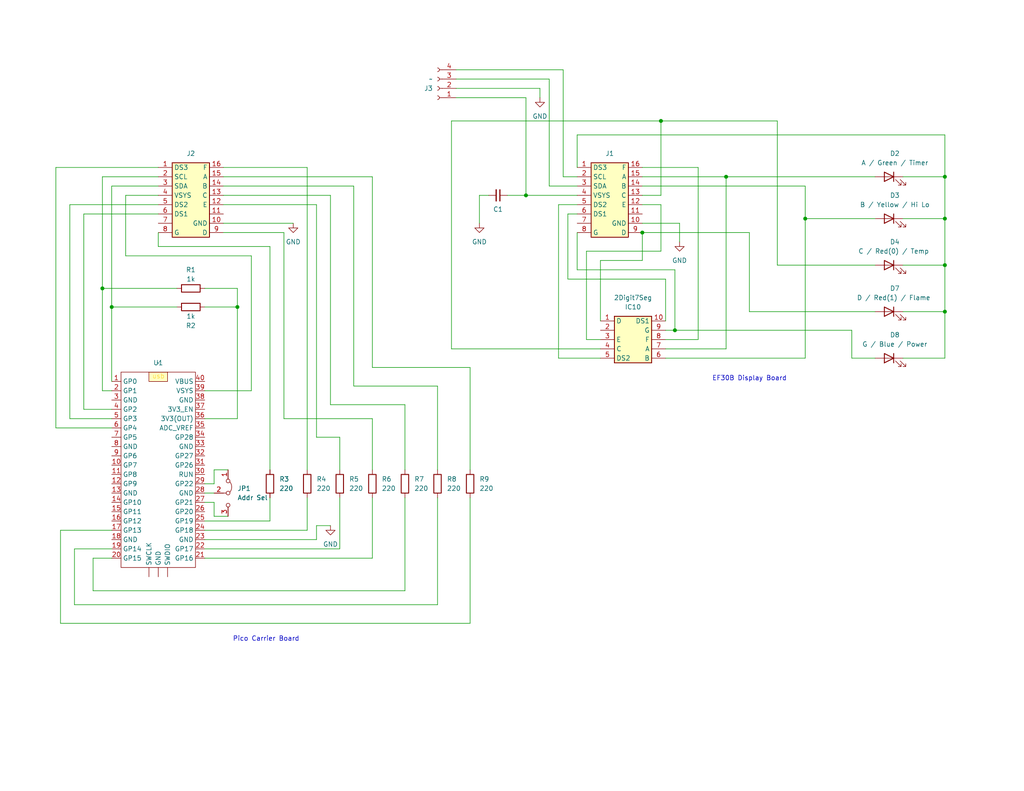
<source format=kicad_sch>
(kicad_sch (version 20230121) (generator eeschema)
  (paper "USLetter")
  (title_block (title "EF30B-disp I2C Driver") (date "2023-12-03") (comment 1 "For the EF-30B-DISP V11 2017-10-8 display board"))
  (lib_symbols
    (symbol "Connector:Conn_01x04_Socket" (pin_names (offset 1.016) hide)
      (property "Reference" "J3" (at 1.27 0 0))
      (property "Value" "~" (at 1.27 -2.54 0))
      (symbol "Conn_01x04_Socket_1_1"
        (arc (start 0 -4.572) (mid -0.5058 -5.08) (end 0 -5.588) (stroke (width 0.1524)))
        (arc (start 0 -2.032) (mid -0.5058 -2.54) (end 0 -3.048) (stroke (width 0.1524)))
        (polyline (pts (xy -1.27 -5.08) (xy -0.508 -5.08)) (stroke (width 0.1524)))
        (polyline (pts (xy -1.27 -2.54) (xy -0.508 -2.54)) (stroke (width 0.1524)))
        (polyline (pts (xy -1.27 0) (xy -0.508 0)) (stroke (width 0.1524)))
        (polyline (pts (xy -1.27 2.54) (xy -0.508 2.54)) (stroke (width 0.1524)))
        (arc (start 0 0.508) (mid -0.5058 0) (end 0 -0.508) (stroke (width 0.1524)))
        (arc (start 0 3.048) (mid -0.5058 2.54) (end 0 2.032) (stroke (width 0.1524)))
        (pin passive line (at -5.08 2.54 0) (length 3.81) (name "Pin_1") (number "1"))
        (pin passive line (at -5.08 0 0) (length 3.81) (name "Pin_2") (number "2"))
        (pin passive line (at -5.08 -2.54 0) (length 3.81) (name "Pin_3") (number "3"))
        (pin passive line (at -5.08 -5.08 0) (length 3.81) (name "Pin_4") (number "4"))
      )
    )
    (symbol "Connector_Generic:Conn_01x04"
      (property "Reference" "J1" (at 0 11.43 0))
      (symbol "Conn_01x04_1_1"
        (rectangle (start -5.08 8.89) (end 5.08 -11.43) (stroke (width 0.254)) (fill (type background)))
        (pin input line (at -8.89 7.62 0) (length 3.81) (name "DS3") (number "1"))
        (pin input line (at 8.89 -7.62 180) (length 3.81) (name "GND") (number "10"))
        (pin input line (at 8.89 -5.08 180) (length 3.81) (name "~") (number "11"))
        (pin input line (at 8.89 -2.54 180) (length 3.81) (name "E") (number "12"))
        (pin input line (at 8.89 0 180) (length 3.81) (name "C") (number "13"))
        (pin input line (at 8.89 2.54 180) (length 3.81) (name "B") (number "14"))
        (pin input line (at 8.89 5.08 180) (length 3.81) (name "A") (number "15"))
        (pin input line (at 8.89 7.62 180) (length 3.81) (name "F") (number "16"))
        (pin input line (at -8.89 5.08 0) (length 3.81) (name "SCL") (number "2"))
        (pin input line (at -8.89 2.54 0) (length 3.81) (name "SDA") (number "3"))
        (pin input line (at -8.89 0 0) (length 3.81) (name "VSYS") (number "4"))
        (pin input line (at -8.89 -2.54 0) (length 3.81) (name "DS2") (number "5"))
        (pin input line (at -8.89 -5.08 0) (length 3.81) (name "DS1") (number "6"))
        (pin input line (at -8.89 -7.62 0) (length 3.81) (name "~") (number "7"))
        (pin input line (at -8.89 -10.16 0) (length 3.81) (name "G") (number "8"))
        (pin input line (at 8.89 -10.16 180) (length 3.81) (name "D") (number "9"))
      )
    )
    (symbol "Device:C_Small" (pin_numbers hide) (pin_names (offset 0.254) hide)
      (property "Reference" "C" (at 0.254 1.778 0))
      (property "Value" "C_Small" (at 0.254 -2.032 0))
      (symbol "C_Small_0_1"
        (polyline (pts (xy -1.524 -0.508) (xy 1.524 -0.508)) (stroke (width 0.3302)))
        (polyline (pts (xy -1.524 0.508) (xy 1.524 0.508)) (stroke (width 0.3048)))
      )
      (symbol "C_Small_1_1"
        (pin passive line (at 0 2.54 270) (length 2.032) (name "~") (number "1"))
        (pin passive line (at 0 -2.54 90) (length 2.032) (name "~") (number "2"))
      )
    )
    (symbol "Device:LED" (pin_numbers hide) (pin_names (offset 1.016) hide)
      (property "Reference" "D" (at 0 2.54 0))
      (property "Value" "LED" (at 0 -2.54 0))
      (symbol "LED_0_1"
        (polyline (pts (xy -1.27 -1.27) (xy -1.27 1.27)) (stroke (width 0.254)))
        (polyline (pts (xy -1.27 0) (xy 1.27 0)))
        (polyline (pts (xy 1.27 -1.27) (xy 1.27 1.27) (xy -1.27 0) (xy 1.27 -1.27)) (stroke (width 0.254)))
        (polyline (pts (xy -3.048 -0.762) (xy -4.572 -2.286) (xy -3.81 -2.286) (xy -4.572 -2.286) (xy -4.572 -1.524)))
        (polyline (pts (xy -1.778 -0.762) (xy -3.302 -2.286) (xy -2.54 -2.286) (xy -3.302 -2.286) (xy -3.302 -1.524)))
      )
      (symbol "LED_1_1"
        (pin passive line (at -3.81 0 0) (length 2.54) (name "K") (number "1"))
        (pin passive line (at 3.81 0 180) (length 2.54) (name "A") (number "2"))
      )
    )
    (symbol "Device:R" (pin_numbers hide) (pin_names (offset 0))
      (property "Reference" "R2" (at -5.08 0 90))
      (property "Value" "1k" (at -2.54 0 90))
      (symbol "R_0_1"
        (rectangle (start -1.016 -2.54) (end 1.016 2.54) (stroke (width 0.254)))
      )
      (symbol "R_1_1"
        (pin passive line (at 0 3.81 270) (length 1.27) (name "~") (number "1"))
        (pin passive line (at 0 -3.81 90) (length 1.27) (name "~") (number "2"))
      )
    )
    (symbol "Generic IC:IC10"
      (property "Reference" "U2" (at 0 11.43 0))
      (property "Value" "IC10" (at 0 8.89 0))
      (symbol "IC10_1_1"
        (rectangle (start -5.08 6.35) (end 5.08 -6.35) (stroke (width 0.254)) (fill (type background)))
        (pin input line (at -8.89 5.08 0) (length 3.81) (name "D") (number "1"))
        (pin input line (at 8.89 5.08 180) (length 3.81) (name "DS1") (number "10"))
        (pin input line (at -8.89 2.54 0) (length 3.81) (name "~") (number "2"))
        (pin input line (at -8.89 0 0) (length 3.81) (name "E") (number "3"))
        (pin input line (at -8.89 -2.54 0) (length 3.81) (name "C") (number "4"))
        (pin input line (at -8.89 -5.08 0) (length 3.81) (name "DS2") (number "5"))
        (pin input line (at 8.89 -5.08 180) (length 3.81) (name "B") (number "6"))
        (pin input line (at 8.89 -2.54 180) (length 3.81) (name "A") (number "7"))
        (pin input line (at 8.89 0 180) (length 3.81) (name "F") (number "8"))
        (pin input line (at 8.89 2.54 180) (length 3.81) (name "G") (number "9"))
      )
    )
    (symbol "IC16_1"
      (property "Reference" "J2" (at 0 11.43 0))
      (symbol "IC16_1_1_1"
        (rectangle (start -5.08 8.89) (end 5.08 -11.43) (stroke (width 0.254)) (fill (type background)))
        (pin input line (at -8.89 7.62 0) (length 3.81) (name "DS3") (number "1"))
        (pin input line (at 8.89 -7.62 180) (length 3.81) (name "GND") (number "10"))
        (pin input line (at 8.89 -5.08 180) (length 3.81) (name "~") (number "11"))
        (pin input line (at 8.89 -2.54 180) (length 3.81) (name "E") (number "12"))
        (pin input line (at 8.89 0 180) (length 3.81) (name "C") (number "13"))
        (pin input line (at 8.89 2.54 180) (length 3.81) (name "B") (number "14"))
        (pin input line (at 8.89 5.08 180) (length 3.81) (name "A") (number "15"))
        (pin input line (at 8.89 7.62 180) (length 3.81) (name "F") (number "16"))
        (pin input line (at -8.89 5.08 0) (length 3.81) (name "SCL") (number "2"))
        (pin input line (at -8.89 2.54 0) (length 3.81) (name "SDA") (number "3"))
        (pin input line (at -8.89 0 0) (length 3.81) (name "VSYS") (number "4"))
        (pin input line (at -8.89 -2.54 0) (length 3.81) (name "DS2") (number "5"))
        (pin input line (at -8.89 -5.08 0) (length 3.81) (name "DS1") (number "6"))
        (pin input line (at -8.89 -7.62 0) (length 3.81) (name "~") (number "7"))
        (pin input line (at -8.89 -10.16 0) (length 3.81) (name "G") (number "8"))
        (pin input line (at 8.89 -10.16 180) (length 3.81) (name "D") (number "9"))
      )
    )
    (symbol "Jumper:Jumper_3_Bridged12" (pin_names (offset 0) hide)
      (property "Reference" "JP" (at -2.54 -2.54 0))
      (property "Value" "Jumper_3_Bridged12" (at 0 2.794 0))
      (symbol "Jumper_3_Bridged12_0_0"
        (circle (center -3.302 0) (radius 0.508))
        (circle (center 0 0) (radius 0.508))
        (circle (center 3.302 0) (radius 0.508))
      )
      (symbol "Jumper_3_Bridged12_0_1"
        (arc (start -0.254 0.508) (mid -1.651 0.9912) (end -3.048 0.508))
        (polyline (pts (xy 0 -1.27) (xy 0 -0.508)))
      )
      (symbol "Jumper_3_Bridged12_1_1"
        (pin passive line (at -6.35 0 0) (length 2.54) (name "A") (number "1"))
        (pin passive line (at 0 -3.81 90) (length 2.54) (name "C") (number "2"))
        (pin passive line (at 6.35 0 180) (length 2.54) (name "B") (number "3"))
      )
    )
    (symbol "R_1" (pin_numbers hide) (pin_names (offset 0))
      (property "Reference" "R1" (at -5.08 0 90))
      (property "Value" "1k" (at -2.54 0 90))
      (symbol "R_1_0_1"
        (rectangle (start -1.016 -2.54) (end 1.016 2.54) (stroke (width 0.254)))
      )
      (symbol "R_1_1_1"
        (pin passive line (at 0 3.81 270) (length 1.27) (name "~") (number "1"))
        (pin passive line (at 0 -3.81 90) (length 1.27) (name "~") (number "2"))
      )
    )
    (symbol "R_2" (pin_numbers hide) (pin_names (offset 0))
      (property "Reference" "R" (at 2.032 0 90))
      (property "Value" "R" (at 0 0 90))
      (symbol "R_2_0_1"
        (rectangle (start -1.016 -2.54) (end 1.016 2.54) (stroke (width 0.254)))
      )
      (symbol "R_2_1_1"
        (pin passive line (at 0 3.81 270) (length 1.27) (name "~") (number "1"))
        (pin passive line (at 0 -3.81 90) (length 1.27) (name "~") (number "2"))
      )
    )
    (symbol "Raspi Pico:pi_pico"
      (property "Reference" "U" (at 0 0 0))
      (symbol "pi_pico_1_0"
        (pin passive line (at -12.7 -27.94 0) (length 2.54) (name "GP7") (number "10"))
        (pin passive line (at -12.7 -30.48 0) (length 2.54) (name "GP8") (number "11"))
        (pin passive line (at -12.7 -33.02 0) (length 2.54) (name "GP9") (number "12"))
        (pin passive line (at -12.7 -35.56 0) (length 2.54) (name "GND") (number "13"))
        (pin passive line (at -12.7 -38.1 0) (length 2.54) (name "GP10") (number "14"))
        (pin passive line (at -12.7 -40.64 0) (length 2.54) (name "GP11") (number "15"))
        (pin passive line (at -12.7 -43.18 0) (length 2.54) (name "GP12") (number "16"))
        (pin passive line (at -12.7 -45.72 0) (length 2.54) (name "GP13") (number "17"))
        (pin passive line (at -12.7 -48.26 0) (length 2.54) (name "GND") (number "18"))
        (pin passive line (at -12.7 -50.8 0) (length 2.54) (name "GP14") (number "19"))
        (pin passive line (at -12.7 -53.34 0) (length 2.54) (name "GP15") (number "20"))
        (pin passive line (at 12.7 -53.34 180) (length 2.54) (name "GP16") (number "21"))
        (pin passive line (at 12.7 -50.8 180) (length 2.54) (name "GP17") (number "22"))
        (pin passive line (at 12.7 -48.26 180) (length 2.54) (name "GND") (number "23"))
        (pin passive line (at 12.7 -45.72 180) (length 2.54) (name "GP18") (number "24"))
        (pin passive line (at 12.7 -43.18 180) (length 2.54) (name "GP19") (number "25"))
        (pin passive line (at 12.7 -40.64 180) (length 2.54) (name "GP20") (number "26"))
        (pin passive line (at 12.7 -38.1 180) (length 2.54) (name "GP21") (number "27"))
        (pin passive line (at 12.7 -35.56 180) (length 2.54) (name "GND") (number "28"))
        (pin passive line (at 12.7 -33.02 180) (length 2.54) (name "GP22") (number "29"))
        (pin passive line (at -12.7 -10.16 0) (length 2.54) (name "GND") (number "3"))
        (pin passive line (at 12.7 -30.48 180) (length 2.54) (name "RUN") (number "30"))
        (pin passive line (at 12.7 -27.94 180) (length 2.54) (name "GP26") (number "31"))
        (pin passive line (at 12.7 -25.4 180) (length 2.54) (name "GP27") (number "32"))
        (pin passive line (at 12.7 -22.86 180) (length 2.54) (name "GND") (number "33"))
        (pin passive line (at 12.7 -20.32 180) (length 2.54) (name "GP28") (number "34"))
        (pin passive line (at 12.7 -17.78 180) (length 2.54) (name "ADC_VREF") (number "35"))
        (pin power_out line (at 12.7 -15.24 180) (length 2.54) (name "3V3(OUT)") (number "36"))
        (pin passive line (at 12.7 -12.7 180) (length 2.54) (name "3V3_EN") (number "37"))
        (pin passive line (at 12.7 -10.16 180) (length 2.54) (name "GND") (number "38"))
        (pin passive line (at 12.7 -7.62 180) (length 2.54) (name "VSYS") (number "39"))
        (pin passive line (at -12.7 -12.7 0) (length 2.54) (name "GP2") (number "4"))
        (pin passive line (at -12.7 -15.24 0) (length 2.54) (name "GP3") (number "5"))
        (pin passive line (at -12.7 -17.78 0) (length 2.54) (name "GP4") (number "6"))
        (pin passive line (at -12.7 -20.32 0) (length 2.54) (name "GP5") (number "7"))
        (pin passive line (at -12.7 -22.86 0) (length 2.54) (name "GND") (number "8"))
        (pin passive line (at -12.7 -25.4 0) (length 2.54) (name "GP6") (number "9"))
      )
      (symbol "pi_pico_1_1"
        (rectangle (start -10.16 -2.54) (end 10.16 -55.88))
        (polyline (pts (xy 2.54 -2.54) (xy 2.54 -5.08) (xy -2.54 -5.08) (xy -2.54 -2.54) (xy 2.54 -2.54)) (fill (type background)))
        (text "usb" (at 0.0526 -3.6068 0) (effects (font (size 1.27 1.27))))
        (pin passive line (at 0 -58.42 90) (length 2.54) (name "GND") (number ""))
        (pin passive line (at -2.54 -58.42 90) (length 2.54) (name "SWCLK") (number ""))
        (pin passive line (at 2.54 -58.42 90) (length 2.54) (name "SWDIO") (number ""))
        (pin passive line (at -12.7 -5.08 0) (length 2.54) (name "GP0") (number "1"))
        (pin passive line (at -12.7 -7.62 0) (length 2.54) (name "GP1") (number "2"))
        (pin passive line (at 12.7 -5.08 180) (length 2.54) (name "VBUS") (number "40"))
      )
    )
    (symbol "power:GND" (power) (pin_names (offset 0))
      (property "Value" "GND" (at 0 -3.81 0))
      (symbol "GND_0_1"
        (polyline (pts (xy 0 0) (xy 0 -1.27) (xy 1.27 -1.27) (xy 0 -2.54) (xy -1.27 -1.27) (xy 0 -1.27)))
      )
      (symbol "GND_1_1"
        (pin power_in line (at 0 0 270) (length 0) hide (name "GND") (number "1"))
      )
    )
  )
  (junction (at 30.48 83.82))
  (junction (at 27.94 78.74))
  (junction (at 198.12 48.26))
  (junction (at 257.81 85.09))
  (junction (at 143.51 53.34))
  (junction (at 180.34 33.02))
  (junction (at 257.81 59.69))
  (junction (at 184.15 90.17))
  (junction (at 175.26 63.5))
  (junction (at 219.71 59.69))
  (junction (at 257.81 48.26))
  (junction (at 64.77 83.82))
  (junction (at 257.81 72.39))
  (wire (pts (xy 175.26 55.88) (xy 180.34 55.88)))
  (wire (pts (xy 154.94 76.2) (xy 181.61 76.2)))
  (wire (pts (xy 30.48 149.86) (xy 20.32 149.86)))
  (wire (pts (xy 55.88 144.78) (xy 83.82 144.78)))
  (wire (pts (xy 246.38 85.09) (xy 257.81 85.09)))
  (wire (pts (xy 246.38 97.79) (xy 257.81 97.79)))
  (wire (pts (xy 184.15 90.17) (xy 181.61 90.17)))
  (wire (pts (xy 60.96 53.34) (xy 90.17 53.34)))
  (wire (pts (xy 30.48 83.82) (xy 48.26 83.82)))
  (wire (pts (xy 30.48 114.3) (xy 19.05 114.3)))
  (wire (pts (xy 157.48 36.83) (xy 157.48 45.72)))
  (wire (pts (xy 110.49 110.49) (xy 110.49 128.27)))
  (wire (pts (xy 238.76 85.09) (xy 204.47 85.09)))
  (wire (pts (xy 27.94 48.26) (xy 27.94 78.74)))
  (wire (pts (xy 204.47 63.5) (xy 175.26 63.5)))
  (wire (pts (xy 43.18 53.34) (xy 34.29 53.34)))
  (wire (pts (xy 73.66 67.31) (xy 73.66 128.27)))
  (wire (pts (xy 77.47 114.3) (xy 101.6 114.3)))
  (wire (pts (xy 119.38 135.89) (xy 119.38 165.1)))
  (wire (pts (xy 25.4 152.4) (xy 25.4 161.29)))
  (wire (pts (xy 77.47 63.5) (xy 77.47 114.3)))
  (wire (pts (xy 123.19 95.25) (xy 163.83 95.25)))
  (wire (pts (xy 30.48 116.84) (xy 15.24 116.84)))
  (wire (pts (xy 92.71 119.38) (xy 92.71 128.27)))
  (wire (pts (xy 25.4 161.29) (xy 110.49 161.29)))
  (wire (pts (xy 58.42 128.27) (xy 62.23 128.27)))
  (wire (pts (xy 110.49 135.89) (xy 110.49 161.29)))
  (wire (pts (xy 198.12 95.25) (xy 181.61 95.25)))
  (wire (pts (xy 15.24 45.72) (xy 43.18 45.72)))
  (wire (pts (xy 219.71 59.69) (xy 219.71 50.8)))
  (wire (pts (xy 43.18 67.31) (xy 73.66 67.31)))
  (wire (pts (xy 92.71 135.89) (xy 92.71 149.86)))
  (wire (pts (xy 157.48 55.88) (xy 152.4 55.88)))
  (wire (pts (xy 55.88 83.82) (xy 64.77 83.82)))
  (wire (pts (xy 101.6 114.3) (xy 101.6 128.27)))
  (wire (pts (xy 219.71 59.69) (xy 238.76 59.69)))
  (wire (pts (xy 157.48 50.8) (xy 149.86 50.8)))
  (wire (pts (xy 101.6 48.26) (xy 101.6 100.33)))
  (wire (pts (xy 34.29 53.34) (xy 34.29 69.85)))
  (wire (pts (xy 163.83 87.63) (xy 163.83 71.12)))
  (wire (pts (xy 180.34 55.88) (xy 180.34 68.58)))
  (wire (pts (xy 30.48 111.76) (xy 22.86 111.76)))
  (wire (pts (xy 30.48 83.82) (xy 30.48 104.14)))
  (wire (pts (xy 219.71 97.79) (xy 219.71 59.69)))
  (wire (pts (xy 160.02 68.58) (xy 160.02 92.71)))
  (wire (pts (xy 20.32 149.86) (xy 20.32 165.1)))
  (wire (pts (xy 55.88 134.62) (xy 58.42 134.62)))
  (wire (pts (xy 43.18 48.26) (xy 27.94 48.26)))
  (wire (pts (xy 190.5 92.71) (xy 181.61 92.71)))
  (wire (pts (xy 181.61 97.79) (xy 219.71 97.79)))
  (wire (pts (xy 257.81 36.83) (xy 257.81 48.26)))
  (wire (pts (xy 43.18 63.5) (xy 43.18 67.31)))
  (wire (pts (xy 30.48 50.8) (xy 30.48 83.82)))
  (wire (pts (xy 119.38 105.41) (xy 119.38 128.27)))
  (wire (pts (xy 22.86 58.42) (xy 43.18 58.42)))
  (wire (pts (xy 180.34 53.34) (xy 180.34 33.02)))
  (wire (pts (xy 232.41 97.79) (xy 238.76 97.79)))
  (wire (pts (xy 22.86 111.76) (xy 22.86 58.42)))
  (wire (pts (xy 128.27 135.89) (xy 128.27 170.18)))
  (wire (pts (xy 198.12 48.26) (xy 198.12 95.25)))
  (wire (pts (xy 154.94 58.42) (xy 154.94 76.2)))
  (wire (pts (xy 96.52 105.41) (xy 119.38 105.41)))
  (wire (pts (xy 138.43 53.34) (xy 143.51 53.34)))
  (wire (pts (xy 130.81 53.34) (xy 130.81 60.96)))
  (wire (pts (xy 198.12 48.26) (xy 238.76 48.26)))
  (wire (pts (xy 160.02 92.71) (xy 163.83 92.71)))
  (wire (pts (xy 43.18 50.8) (xy 30.48 50.8)))
  (wire (pts (xy 101.6 135.89) (xy 101.6 152.4)))
  (wire (pts (xy 55.88 147.32) (xy 86.36 147.32)))
  (wire (pts (xy 149.86 21.59) (xy 124.46 21.59)))
  (wire (pts (xy 55.88 132.08) (xy 58.42 132.08)))
  (wire (pts (xy 27.94 78.74) (xy 48.26 78.74)))
  (wire (pts (xy 180.34 33.02) (xy 212.09 33.02)))
  (wire (pts (xy 83.82 45.72) (xy 83.82 128.27)))
  (wire (pts (xy 152.4 55.88) (xy 152.4 97.79)))
  (wire (pts (xy 257.81 36.83) (xy 157.48 36.83)))
  (wire (pts (xy 73.66 135.89) (xy 73.66 142.24)))
  (wire (pts (xy 175.26 48.26) (xy 198.12 48.26)))
  (wire (pts (xy 60.96 45.72) (xy 83.82 45.72)))
  (wire (pts (xy 185.42 66.04) (xy 185.42 60.96)))
  (wire (pts (xy 246.38 48.26) (xy 257.81 48.26)))
  (wire (pts (xy 16.51 170.18) (xy 128.27 170.18)))
  (wire (pts (xy 157.48 73.66) (xy 184.15 73.66)))
  (wire (pts (xy 147.32 24.13) (xy 147.32 26.67)))
  (wire (pts (xy 101.6 100.33) (xy 128.27 100.33)))
  (wire (pts (xy 212.09 72.39) (xy 212.09 33.02)))
  (wire (pts (xy 128.27 100.33) (xy 128.27 128.27)))
  (wire (pts (xy 124.46 19.05) (xy 153.67 19.05)))
  (wire (pts (xy 257.81 85.09) (xy 257.81 97.79)))
  (wire (pts (xy 60.96 48.26) (xy 101.6 48.26)))
  (wire (pts (xy 68.58 69.85) (xy 68.58 106.68)))
  (wire (pts (xy 180.34 68.58) (xy 160.02 68.58)))
  (wire (pts (xy 175.26 45.72) (xy 190.5 45.72)))
  (wire (pts (xy 232.41 90.17) (xy 232.41 97.79)))
  (wire (pts (xy 34.29 69.85) (xy 68.58 69.85)))
  (wire (pts (xy 27.94 78.74) (xy 27.94 106.68)))
  (wire (pts (xy 83.82 135.89) (xy 83.82 144.78)))
  (wire (pts (xy 15.24 116.84) (xy 15.24 45.72)))
  (wire (pts (xy 153.67 48.26) (xy 153.67 19.05)))
  (wire (pts (xy 246.38 59.69) (xy 257.81 59.69)))
  (wire (pts (xy 157.48 63.5) (xy 157.48 73.66)))
  (wire (pts (xy 175.26 53.34) (xy 180.34 53.34)))
  (wire (pts (xy 19.05 55.88) (xy 43.18 55.88)))
  (wire (pts (xy 60.96 50.8) (xy 96.52 50.8)))
  (wire (pts (xy 143.51 53.34) (xy 157.48 53.34)))
  (wire (pts (xy 190.5 45.72) (xy 190.5 92.71)))
  (wire (pts (xy 64.77 83.82) (xy 64.77 114.3)))
  (wire (pts (xy 55.88 149.86) (xy 92.71 149.86)))
  (wire (pts (xy 181.61 76.2) (xy 181.61 87.63)))
  (wire (pts (xy 55.88 78.74) (xy 64.77 78.74)))
  (wire (pts (xy 86.36 119.38) (xy 92.71 119.38)))
  (wire (pts (xy 257.81 59.69) (xy 257.81 72.39)))
  (wire (pts (xy 149.86 50.8) (xy 149.86 21.59)))
  (wire (pts (xy 58.42 137.16) (xy 58.42 140.97)))
  (wire (pts (xy 219.71 50.8) (xy 175.26 50.8)))
  (wire (pts (xy 58.42 132.08) (xy 58.42 128.27)))
  (wire (pts (xy 86.36 143.51) (xy 90.17 143.51)))
  (wire (pts (xy 68.58 106.68) (xy 55.88 106.68)))
  (wire (pts (xy 204.47 85.09) (xy 204.47 63.5)))
  (wire (pts (xy 55.88 152.4) (xy 101.6 152.4)))
  (wire (pts (xy 163.83 71.12) (xy 175.26 71.12)))
  (wire (pts (xy 246.38 72.39) (xy 257.81 72.39)))
  (wire (pts (xy 147.32 24.13) (xy 124.46 24.13)))
  (wire (pts (xy 185.42 60.96) (xy 175.26 60.96)))
  (wire (pts (xy 64.77 78.74) (xy 64.77 83.82)))
  (wire (pts (xy 123.19 33.02) (xy 123.19 95.25)))
  (wire (pts (xy 86.36 55.88) (xy 86.36 119.38)))
  (wire (pts (xy 130.81 53.34) (xy 133.35 53.34)))
  (wire (pts (xy 64.77 114.3) (xy 55.88 114.3)))
  (wire (pts (xy 143.51 26.67) (xy 143.51 53.34)))
  (wire (pts (xy 55.88 137.16) (xy 58.42 137.16)))
  (wire (pts (xy 30.48 144.78) (xy 16.51 144.78)))
  (wire (pts (xy 60.96 60.96) (xy 80.01 60.96)))
  (wire (pts (xy 30.48 152.4) (xy 25.4 152.4)))
  (wire (pts (xy 152.4 97.79) (xy 163.83 97.79)))
  (wire (pts (xy 58.42 140.97) (xy 62.23 140.97)))
  (wire (pts (xy 123.19 33.02) (xy 180.34 33.02)))
  (wire (pts (xy 184.15 73.66) (xy 184.15 90.17)))
  (wire (pts (xy 257.81 48.26) (xy 257.81 59.69)))
  (wire (pts (xy 90.17 53.34) (xy 90.17 110.49)))
  (wire (pts (xy 96.52 50.8) (xy 96.52 105.41)))
  (wire (pts (xy 124.46 26.67) (xy 143.51 26.67)))
  (wire (pts (xy 55.88 142.24) (xy 73.66 142.24)))
  (wire (pts (xy 30.48 106.68) (xy 27.94 106.68)))
  (wire (pts (xy 90.17 110.49) (xy 110.49 110.49)))
  (wire (pts (xy 238.76 72.39) (xy 212.09 72.39)))
  (wire (pts (xy 60.96 63.5) (xy 77.47 63.5)))
  (wire (pts (xy 175.26 71.12) (xy 175.26 63.5)))
  (wire (pts (xy 20.32 165.1) (xy 119.38 165.1)))
  (wire (pts (xy 157.48 58.42) (xy 154.94 58.42)))
  (wire (pts (xy 86.36 147.32) (xy 86.36 143.51)))
  (wire (pts (xy 257.81 72.39) (xy 257.81 85.09)))
  (wire (pts (xy 60.96 55.88) (xy 86.36 55.88)))
  (wire (pts (xy 157.48 48.26) (xy 153.67 48.26)))
  (wire (pts (xy 16.51 144.78) (xy 16.51 170.18)))
  (wire (pts (xy 19.05 114.3) (xy 19.05 55.88)))
  (wire (pts (xy 184.15 90.17) (xy 232.41 90.17)))
  (text "Pico Carrier Board" (at 63.5 175.26 0) (effects (font (size 1.27 1.27)) (justify left bottom)))
  (text "EF30B Display Board" (at 194.31 104.14 0) (effects (font (size 1.27 1.27)) (justify left bottom)))
  (symbol (lib_id "Device:LED") (at 242.57 59.69 0) (mirror y) (unit 1)
    (property "Reference" "D3" (at 244.1575 53.34 0))
    (property "Value" "B / Yellow / Hi Lo" (at 244.1575 55.88 0))
  )
  (symbol (lib_id "Device:LED") (at 242.57 48.26 0) (mirror y) (unit 1)
    (property "Reference" "D2" (at 244.1575 41.91 0))
    (property "Value" "A / Green / Timer" (at 244.1575 44.45 0))
  )
  (symbol (lib_name "R_2") (lib_id "Device:R") (at 101.6 132.08 0) (unit 1)
    (property "Reference" "R6" (at 104.14 130.81 0) (effects (justify left)))
    (property "Value" "220" (at 104.14 133.35 0) (effects (justify left)))
  )
  (symbol (lib_name "R_2") (lib_id "Device:R") (at 83.82 132.08 0) (unit 1)
    (property "Reference" "R4" (at 86.36 130.81 0) (effects (justify left)))
    (property "Value" "220" (at 86.36 133.35 0) (effects (justify left)))
  )
  (symbol (lib_id "Device:LED") (at 242.57 85.09 0) (mirror y) (unit 1)
    (property "Reference" "D7" (at 244.1575 78.74 0))
    (property "Value" "D / Red(1) / Flame" (at 243.84 81.28 0))
  )
  (symbol (lib_id "Device:C_Small") (at 135.89 53.34 270) (unit 1)
    (property "Reference" "C1" (at 135.8836 57.15 90))
    (property "Value" "C_Small" (effects hide))
  )
  (symbol (lib_id "Generic IC:IC10") (at 172.72 92.71 0) (unit 1)
    (property "Reference" "2Digit7Seg" (at 172.72 81.28 0))
    (property "Value" "IC10" (at 172.72 83.82 0))
    (property "Datasheet" "https://www.google.co.uk/search?q=datasheet" (effects hide))
  )
  (symbol (lib_name "R_1") (lib_id "Device:R") (at 52.07 78.74 270) (unit 1)
    (property "Reference" "R1" (at 52.07 73.66 90))
    (property "Value" "1k" (at 52.07 76.2 90))
  )
  (symbol (lib_name "R_2") (lib_id "Device:R") (at 92.71 132.08 0) (unit 1)
    (property "Reference" "R5" (at 95.25 130.81 0) (effects (justify left)))
    (property "Value" "220" (at 95.25 133.35 0) (effects (justify left)))
  )
  (symbol (lib_id "power:GND") (at 130.81 60.96 0) (unit 1)
    (property "Reference" "#PWR01" (effects hide))
    (property "Value" "GND" (at 130.81 66.04 0))
  )
  (symbol (lib_id "power:GND") (at 185.42 66.04 0) (unit 1)
    (property "Reference" "#PWR04" (effects hide))
    (property "Value" "GND" (at 185.42 71.12 0))
  )
  (symbol (lib_id "Device:LED") (at 242.57 72.39 0) (mirror y) (unit 1)
    (property "Reference" "D4" (at 244.1575 66.04 0))
    (property "Value" "C / Red(0) / Temp" (at 243.84 68.58 0))
  )
  (symbol (lib_id "Raspi Pico:pi_pico") (at 43.18 99.06 0) (unit 1)
    (property "Reference" "U1" (at 43.18 99.06 0))
    (property "Value" "~" (at 43.18 99.06 0))
    (property "Footprint" "Library:Raspberry_pi_pico" (effects hide))
  )
  (symbol (lib_name "R_2") (lib_id "Device:R") (at 128.27 132.08 0) (unit 1)
    (property "Reference" "R9" (at 130.81 130.81 0) (effects (justify left)))
    (property "Value" "220" (at 130.81 133.35 0) (effects (justify left)))
  )
  (symbol (lib_name "R_2") (lib_id "Device:R") (at 110.49 132.08 0) (unit 1)
    (property "Reference" "R7" (at 113.03 130.81 0) (effects (justify left)))
    (property "Value" "220" (at 113.03 133.35 0) (effects (justify left)))
  )
  (symbol (lib_id "Jumper:Jumper_3_Bridged12") (at 62.23 134.62 270) (unit 1)
    (property "Reference" "JP1" (at 64.77 133.35 90) (effects (justify left)))
    (property "Value" "Addr Sel" (at 64.77 135.89 90) (effects (justify left)))
  )
  (symbol (lib_id "power:GND") (at 147.32 26.67 0) (unit 1)
    (property "Reference" "#PWR05" (effects hide))
    (property "Value" "GND" (at 147.32 31.75 0))
  )
  (symbol (lib_id "Device:R") (at 52.07 83.82 270) (mirror x) (unit 1)
    (property "Reference" "R2" (at 52.07 88.9 90))
    (property "Value" "1k" (at 52.07 86.36 90))
  )
  (symbol (lib_id "power:GND") (at 90.17 143.51 0) (unit 1)
    (property "Reference" "#PWR02" (effects hide))
    (property "Value" "GND" (at 90.17 148.59 0))
  )
  (symbol (lib_name "R_2") (lib_id "Device:R") (at 119.38 132.08 0) (unit 1)
    (property "Reference" "R8" (at 121.92 130.81 0) (effects (justify left)))
    (property "Value" "220" (at 121.92 133.35 0) (effects (justify left)))
  )
  (symbol (lib_name "IC16_1") (lib_id "Generic IC:IC16") (at 52.07 53.34 0) (unit 1)
    (property "Reference" "J2" (at 52.07 41.91 0))
    (property "Value" "IC16" (effects hide))
    (property "Datasheet" "https://www.google.co.uk/search?q=datasheet" (effects hide))
  )
  (symbol (lib_id "power:GND") (at 80.01 60.96 0) (unit 1)
    (property "Reference" "#PWR03" (effects hide))
    (property "Value" "GND" (at 80.01 66.04 0))
  )
  (symbol (lib_id "Device:LED") (at 242.57 97.79 0) (mirror y) (unit 1)
    (property "Reference" "D8" (at 244.1575 91.44 0))
    (property "Value" "G / Blue / Power" (at 244.1575 93.98 0))
  )
  (symbol (lib_name "R_2") (lib_id "Device:R") (at 73.66 132.08 0) (unit 1)
    (property "Reference" "R3" (at 76.2 130.81 0) (effects (justify left)))
    (property "Value" "220" (at 76.2 133.35 0) (effects (justify left)))
  )
  (symbol (lib_id "Connector:Conn_01x04_Socket") (at 119.38 24.13 180) (unit 1)
    (property "Reference" "J3" (at 118.11 24.13 0) (effects (justify left)))
    (property "Value" "~" (at 118.11 21.59 0) (effects (justify left)))
  )
  (symbol (lib_id "Connector_Generic:Conn_01x04") (at 166.37 53.34 0) (unit 1)
    (property "Reference" "J1" (at 166.37 41.91 0))
    (property "Value" "IC16" (effects hide))
    (property "Datasheet" "https://www.google.co.uk/search?q=datasheet" (effects hide))
  )
)
</source>
